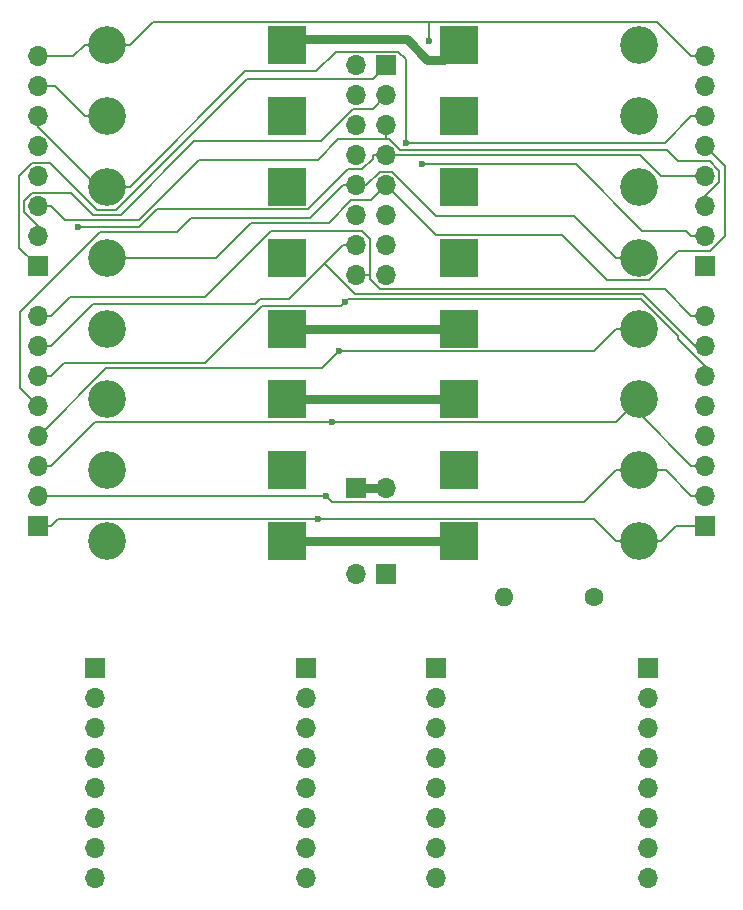
<source format=gbr>
%TF.GenerationSoftware,KiCad,Pcbnew,8.0.7*%
%TF.CreationDate,2025-01-06T10:47:41+08:00*%
%TF.ProjectId,V2.5 Mechanical Seven Segment Digit,56322e35-204d-4656-9368-616e6963616c,rev?*%
%TF.SameCoordinates,Original*%
%TF.FileFunction,Copper,L2,Bot*%
%TF.FilePolarity,Positive*%
%FSLAX46Y46*%
G04 Gerber Fmt 4.6, Leading zero omitted, Abs format (unit mm)*
G04 Created by KiCad (PCBNEW 8.0.7) date 2025-01-06 10:47:41*
%MOMM*%
%LPD*%
G01*
G04 APERTURE LIST*
%TA.AperFunction,ComponentPad*%
%ADD10R,1.700000X1.700000*%
%TD*%
%TA.AperFunction,ComponentPad*%
%ADD11O,1.700000X1.700000*%
%TD*%
%TA.AperFunction,ComponentPad*%
%ADD12R,3.200000X3.200000*%
%TD*%
%TA.AperFunction,ComponentPad*%
%ADD13O,3.200000X3.200000*%
%TD*%
%TA.AperFunction,ComponentPad*%
%ADD14C,1.600000*%
%TD*%
%TA.AperFunction,ComponentPad*%
%ADD15O,1.600000X1.600000*%
%TD*%
%TA.AperFunction,ViaPad*%
%ADD16C,0.600000*%
%TD*%
%TA.AperFunction,Conductor*%
%ADD17C,0.200000*%
%TD*%
%TA.AperFunction,Conductor*%
%ADD18C,0.800000*%
%TD*%
G04 APERTURE END LIST*
D10*
%TO.P,J9,1,Pin_1*%
%TO.N,Net-(J11-Pin_1)*%
X147500000Y-122250000D03*
D11*
%TO.P,J9,2,Pin_2*%
%TO.N,Net-(J11-Pin_2)*%
X147500000Y-124790000D03*
%TO.P,J9,3,Pin_3*%
%TO.N,Net-(J11-Pin_3)*%
X147500000Y-127330000D03*
%TO.P,J9,4,Pin_4*%
%TO.N,Net-(J11-Pin_4)*%
X147500000Y-129870000D03*
%TO.P,J9,5,Pin_5*%
%TO.N,Net-(J11-Pin_5)*%
X147500000Y-132410000D03*
%TO.P,J9,6,Pin_6*%
%TO.N,Net-(J11-Pin_6)*%
X147500000Y-134950000D03*
%TO.P,J9,7,Pin_7*%
%TO.N,Net-(J11-Pin_7)*%
X147500000Y-137490000D03*
%TO.P,J9,8,Pin_8*%
%TO.N,Net-(J11-Pin_8)*%
X147500000Y-140030000D03*
%TD*%
D12*
%TO.P,D5,1,K*%
%TO.N,Net-(D1-K)*%
X134870000Y-99500000D03*
D13*
%TO.P,D5,2,A*%
%TO.N,Net-(D5-A)*%
X119630000Y-99500000D03*
%TD*%
D10*
%TO.P,J12,1,Pin_1*%
%TO.N,Net-(D1-A)*%
X143250000Y-71220000D03*
D11*
%TO.P,J12,2,Pin_2*%
%TO.N,Net-(D2-A)*%
X140710000Y-71220000D03*
%TO.P,J12,3,Pin_3*%
%TO.N,Net-(D3-A)*%
X143250000Y-73760000D03*
%TO.P,J12,4,Pin_4*%
%TO.N,Net-(D4-A)*%
X140710000Y-73760000D03*
%TO.P,J12,5,Pin_5*%
%TO.N,Net-(D5-A)*%
X143250000Y-76300000D03*
%TO.P,J12,6,Pin_6*%
%TO.N,Net-(D6-A)*%
X140710000Y-76300000D03*
%TO.P,J12,7,Pin_7*%
%TO.N,Net-(D7-A)*%
X143250000Y-78840000D03*
%TO.P,J12,8,Pin_8*%
%TO.N,Net-(D8-A)*%
X140710000Y-78840000D03*
%TO.P,J12,9,Pin_9*%
%TO.N,Net-(D9-A)*%
X143250000Y-81380000D03*
%TO.P,J12,10,Pin_10*%
%TO.N,Net-(D10-A)*%
X140710000Y-81380000D03*
%TO.P,J12,11,Pin_11*%
%TO.N,Net-(D11-A)*%
X143250000Y-83920000D03*
%TO.P,J12,12,Pin_12*%
%TO.N,Net-(D12-A)*%
X140710000Y-83920000D03*
%TO.P,J12,13,Pin_13*%
%TO.N,Net-(D13-A)*%
X143250000Y-86460000D03*
%TO.P,J12,14,Pin_14*%
%TO.N,Net-(D14-A)*%
X140710000Y-86460000D03*
%TO.P,J12,15,Pin_15*%
%TO.N,Net-(D15-A)*%
X143250000Y-89000000D03*
%TO.P,J12,16,Pin_16*%
%TO.N,Net-(D16-A)*%
X140710000Y-89000000D03*
%TD*%
D12*
%TO.P,D2,1,K*%
%TO.N,Net-(D1-K)*%
X149380000Y-111500000D03*
D13*
%TO.P,D2,2,A*%
%TO.N,Net-(D2-A)*%
X164620000Y-111500000D03*
%TD*%
D12*
%TO.P,D12,1,K*%
%TO.N,Net-(D1-K)*%
X149380000Y-81500000D03*
D13*
%TO.P,D12,2,A*%
%TO.N,Net-(D12-A)*%
X164620000Y-81500000D03*
%TD*%
D12*
%TO.P,D3,1,K*%
%TO.N,Net-(D1-K)*%
X134870000Y-105500000D03*
D13*
%TO.P,D3,2,A*%
%TO.N,Net-(D3-A)*%
X119630000Y-105500000D03*
%TD*%
D12*
%TO.P,D8,1,K*%
%TO.N,Net-(D1-K)*%
X149380000Y-93500000D03*
D13*
%TO.P,D8,2,A*%
%TO.N,Net-(D8-A)*%
X164620000Y-93500000D03*
%TD*%
D12*
%TO.P,D7,1,K*%
%TO.N,Net-(D1-K)*%
X134870000Y-93500000D03*
D13*
%TO.P,D7,2,A*%
%TO.N,Net-(D7-A)*%
X119630000Y-93500000D03*
%TD*%
D12*
%TO.P,D6,1,K*%
%TO.N,Net-(D1-K)*%
X149380000Y-99500000D03*
D13*
%TO.P,D6,2,A*%
%TO.N,Net-(D6-A)*%
X164620000Y-99500000D03*
%TD*%
D10*
%TO.P,J3,1,Pin_1*%
%TO.N,Com Anode*%
X143250000Y-114275000D03*
D11*
%TO.P,J3,2,Pin_2*%
X140710000Y-114275000D03*
%TD*%
D10*
%TO.P,J10,1,Pin_1*%
%TO.N,Net-(J10-Pin_1)*%
X136500000Y-122260000D03*
D11*
%TO.P,J10,2,Pin_2*%
%TO.N,Net-(J10-Pin_2)*%
X136500000Y-124800000D03*
%TO.P,J10,3,Pin_3*%
%TO.N,Net-(J10-Pin_3)*%
X136500000Y-127340000D03*
%TO.P,J10,4,Pin_4*%
%TO.N,Net-(J10-Pin_4)*%
X136500000Y-129880000D03*
%TO.P,J10,5,Pin_5*%
%TO.N,Net-(J10-Pin_5)*%
X136500000Y-132420000D03*
%TO.P,J10,6,Pin_6*%
%TO.N,Net-(J10-Pin_6)*%
X136500000Y-134960000D03*
%TO.P,J10,7,Pin_7*%
%TO.N,Net-(J10-Pin_7)*%
X136500000Y-137500000D03*
%TO.P,J10,8,Pin_8*%
%TO.N,Net-(J10-Pin_8)*%
X136500000Y-140040000D03*
%TD*%
D12*
%TO.P,D14,1,K*%
%TO.N,Net-(D1-K)*%
X149380000Y-75500000D03*
D13*
%TO.P,D14,2,A*%
%TO.N,Net-(D14-A)*%
X164620000Y-75500000D03*
%TD*%
D12*
%TO.P,D15,1,K*%
%TO.N,Net-(D1-K)*%
X134870000Y-69500000D03*
D13*
%TO.P,D15,2,A*%
%TO.N,Net-(D15-A)*%
X119630000Y-69500000D03*
%TD*%
D14*
%TO.P,R1,1*%
%TO.N,Net-(D1-K)*%
X160810000Y-116250000D03*
D15*
%TO.P,R1,2*%
%TO.N,Com Anode*%
X153190000Y-116250000D03*
%TD*%
D12*
%TO.P,D9,1,K*%
%TO.N,Net-(D1-K)*%
X134870000Y-87500000D03*
D13*
%TO.P,D9,2,A*%
%TO.N,Net-(D9-A)*%
X119630000Y-87500000D03*
%TD*%
D12*
%TO.P,D11,1,K*%
%TO.N,Net-(D1-K)*%
X134870000Y-81500000D03*
D13*
%TO.P,D11,2,A*%
%TO.N,Net-(D11-A)*%
X119630000Y-81500000D03*
%TD*%
D10*
%TO.P,J8,1,Pin_1*%
%TO.N,Net-(J10-Pin_1)*%
X118600000Y-122260000D03*
D11*
%TO.P,J8,2,Pin_2*%
%TO.N,Net-(J10-Pin_2)*%
X118600000Y-124800000D03*
%TO.P,J8,3,Pin_3*%
%TO.N,Net-(J10-Pin_3)*%
X118600000Y-127340000D03*
%TO.P,J8,4,Pin_4*%
%TO.N,Net-(J10-Pin_4)*%
X118600000Y-129880000D03*
%TO.P,J8,5,Pin_5*%
%TO.N,Net-(J10-Pin_5)*%
X118600000Y-132420000D03*
%TO.P,J8,6,Pin_6*%
%TO.N,Net-(J10-Pin_6)*%
X118600000Y-134960000D03*
%TO.P,J8,7,Pin_7*%
%TO.N,Net-(J10-Pin_7)*%
X118600000Y-137500000D03*
%TO.P,J8,8,Pin_8*%
%TO.N,Net-(J10-Pin_8)*%
X118600000Y-140040000D03*
%TD*%
D12*
%TO.P,D4,1,K*%
%TO.N,Net-(D1-K)*%
X149380000Y-105500000D03*
D13*
%TO.P,D4,2,A*%
%TO.N,Net-(D4-A)*%
X164620000Y-105500000D03*
%TD*%
D12*
%TO.P,D10,1,K*%
%TO.N,Net-(D1-K)*%
X149380000Y-87500000D03*
D13*
%TO.P,D10,2,A*%
%TO.N,Net-(D10-A)*%
X164620000Y-87500000D03*
%TD*%
D10*
%TO.P,J11,1,Pin_1*%
%TO.N,Net-(J11-Pin_1)*%
X165400000Y-122250000D03*
D11*
%TO.P,J11,2,Pin_2*%
%TO.N,Net-(J11-Pin_2)*%
X165400000Y-124790000D03*
%TO.P,J11,3,Pin_3*%
%TO.N,Net-(J11-Pin_3)*%
X165400000Y-127330000D03*
%TO.P,J11,4,Pin_4*%
%TO.N,Net-(J11-Pin_4)*%
X165400000Y-129870000D03*
%TO.P,J11,5,Pin_5*%
%TO.N,Net-(J11-Pin_5)*%
X165400000Y-132410000D03*
%TO.P,J11,6,Pin_6*%
%TO.N,Net-(J11-Pin_6)*%
X165400000Y-134950000D03*
%TO.P,J11,7,Pin_7*%
%TO.N,Net-(J11-Pin_7)*%
X165400000Y-137490000D03*
%TO.P,J11,8,Pin_8*%
%TO.N,Net-(J11-Pin_8)*%
X165400000Y-140030000D03*
%TD*%
D12*
%TO.P,D1,1,K*%
%TO.N,Net-(D1-K)*%
X134870000Y-111500000D03*
D13*
%TO.P,D1,2,A*%
%TO.N,Net-(D1-A)*%
X119630000Y-111500000D03*
%TD*%
D12*
%TO.P,D16,1,K*%
%TO.N,Net-(D1-K)*%
X149380000Y-69500000D03*
D13*
%TO.P,D16,2,A*%
%TO.N,Net-(D16-A)*%
X164620000Y-69500000D03*
%TD*%
D12*
%TO.P,D13,1,K*%
%TO.N,Net-(D1-K)*%
X134870000Y-75500000D03*
D13*
%TO.P,D13,2,A*%
%TO.N,Net-(D13-A)*%
X119630000Y-75500000D03*
%TD*%
D10*
%TO.P,J6,1,Pin_1*%
%TO.N,Net-(D1-A)*%
X170250000Y-88230000D03*
D11*
%TO.P,J6,2,Pin_2*%
%TO.N,Net-(D3-A)*%
X170250000Y-85690000D03*
%TO.P,J6,3,Pin_3*%
%TO.N,Net-(D5-A)*%
X170250000Y-83150000D03*
%TO.P,J6,4,Pin_4*%
%TO.N,Net-(D7-A)*%
X170250000Y-80610000D03*
%TO.P,J6,5,Pin_5*%
%TO.N,Net-(D9-A)*%
X170250000Y-78070000D03*
%TO.P,J6,6,Pin_6*%
%TO.N,Net-(D11-A)*%
X170250000Y-75530000D03*
%TO.P,J6,7,Pin_7*%
%TO.N,Net-(D13-A)*%
X170250000Y-72990000D03*
%TO.P,J6,8,Pin_8*%
%TO.N,Net-(D15-A)*%
X170250000Y-70450000D03*
%TD*%
D10*
%TO.P,J5,1,Pin_1*%
%TO.N,Com Anode*%
X140710000Y-107025000D03*
D11*
%TO.P,J5,2,Pin_2*%
X143250000Y-107025000D03*
%TD*%
D10*
%TO.P,J2,1,Pin_1*%
%TO.N,Net-(D2-A)*%
X113750000Y-110200000D03*
D11*
%TO.P,J2,2,Pin_2*%
%TO.N,Net-(D4-A)*%
X113750000Y-107660000D03*
%TO.P,J2,3,Pin_3*%
%TO.N,Net-(D6-A)*%
X113750000Y-105120000D03*
%TO.P,J2,4,Pin_4*%
%TO.N,Net-(D8-A)*%
X113750000Y-102580000D03*
%TO.P,J2,5,Pin_5*%
%TO.N,Net-(D10-A)*%
X113750000Y-100040000D03*
%TO.P,J2,6,Pin_6*%
%TO.N,Net-(D12-A)*%
X113750000Y-97500000D03*
%TO.P,J2,7,Pin_7*%
%TO.N,Net-(D14-A)*%
X113750000Y-94960000D03*
%TO.P,J2,8,Pin_8*%
%TO.N,Net-(D16-A)*%
X113750000Y-92420000D03*
%TD*%
D10*
%TO.P,J1,1,Pin_1*%
%TO.N,Net-(D1-A)*%
X113750000Y-88240000D03*
D11*
%TO.P,J1,2,Pin_2*%
%TO.N,Net-(D3-A)*%
X113750000Y-85700000D03*
%TO.P,J1,3,Pin_3*%
%TO.N,Net-(D5-A)*%
X113750000Y-83160000D03*
%TO.P,J1,4,Pin_4*%
%TO.N,Net-(D7-A)*%
X113750000Y-80620000D03*
%TO.P,J1,5,Pin_5*%
%TO.N,Net-(D9-A)*%
X113750000Y-78080000D03*
%TO.P,J1,6,Pin_6*%
%TO.N,Net-(D11-A)*%
X113750000Y-75540000D03*
%TO.P,J1,7,Pin_7*%
%TO.N,Net-(D13-A)*%
X113750000Y-73000000D03*
%TO.P,J1,8,Pin_8*%
%TO.N,Net-(D15-A)*%
X113750000Y-70460000D03*
%TD*%
D10*
%TO.P,J7,1,Pin_1*%
%TO.N,Net-(D2-A)*%
X170250000Y-110200000D03*
D11*
%TO.P,J7,2,Pin_2*%
%TO.N,Net-(D4-A)*%
X170250000Y-107660000D03*
%TO.P,J7,3,Pin_3*%
%TO.N,Net-(D6-A)*%
X170250000Y-105120000D03*
%TO.P,J7,4,Pin_4*%
%TO.N,Net-(D8-A)*%
X170250000Y-102580000D03*
%TO.P,J7,5,Pin_5*%
%TO.N,Net-(D10-A)*%
X170250000Y-100040000D03*
%TO.P,J7,6,Pin_6*%
%TO.N,Net-(D12-A)*%
X170250000Y-97500000D03*
%TO.P,J7,7,Pin_7*%
%TO.N,Net-(D14-A)*%
X170250000Y-94960000D03*
%TO.P,J7,8,Pin_8*%
%TO.N,Net-(D16-A)*%
X170250000Y-92420000D03*
%TD*%
D16*
%TO.N,Net-(D2-A)*%
X137486400Y-109598300D03*
%TO.N,Net-(D3-A)*%
X146277300Y-79562200D03*
%TO.N,Net-(D4-A)*%
X138145000Y-107660000D03*
%TO.N,Net-(D6-A)*%
X138666500Y-101400000D03*
%TO.N,Net-(D7-A)*%
X117166300Y-84900100D03*
%TO.N,Net-(D8-A)*%
X139286000Y-95413000D03*
%TO.N,Net-(D11-A)*%
X144906700Y-77750900D03*
%TO.N,Net-(D12-A)*%
X139750000Y-91250000D03*
%TO.N,Net-(D15-A)*%
X146889500Y-69164200D03*
%TD*%
D17*
%TO.N,Net-(D1-A)*%
X142098300Y-72371700D02*
X131447700Y-72371700D01*
X120396200Y-83423200D02*
X118738100Y-83423200D01*
X112151900Y-86641900D02*
X113750000Y-88240000D01*
X131447700Y-72371700D02*
X120396200Y-83423200D01*
X114772300Y-79457400D02*
X113270800Y-79457400D01*
X143250000Y-71220000D02*
X142098300Y-72371700D01*
X112151900Y-80576300D02*
X112151900Y-86641900D01*
X118738100Y-83423200D02*
X114772300Y-79457400D01*
X113270800Y-79457400D02*
X112151900Y-80576300D01*
D18*
%TO.N,Com Anode*%
X152940000Y-116500000D02*
X153190000Y-116250000D01*
X143250000Y-107025000D02*
X140710000Y-107025000D01*
D17*
%TO.N,Net-(D2-A)*%
X167821700Y-110200000D02*
X166521700Y-111500000D01*
X113750000Y-110200000D02*
X114901700Y-110200000D01*
X160816600Y-109598300D02*
X162718300Y-111500000D01*
X164620000Y-111500000D02*
X166521700Y-111500000D01*
X115503400Y-109598300D02*
X137486400Y-109598300D01*
X137486400Y-109598300D02*
X160816600Y-109598300D01*
X170250000Y-110200000D02*
X167821700Y-110200000D01*
X164620000Y-111500000D02*
X162718300Y-111500000D01*
X114901700Y-110200000D02*
X115503400Y-109598300D01*
%TO.N,Net-(D3-A)*%
X142098300Y-74911700D02*
X140430500Y-74911700D01*
X120768500Y-83850600D02*
X118445900Y-83850600D01*
X118445900Y-83850600D02*
X116597000Y-82001700D01*
X113273500Y-82001700D02*
X112576700Y-82698500D01*
X137725800Y-77616400D02*
X127002700Y-77616400D01*
X140430500Y-74911700D02*
X137725800Y-77616400D01*
X169098300Y-85690000D02*
X168620900Y-85212600D01*
X170250000Y-85690000D02*
X169098300Y-85690000D01*
X164932600Y-85212600D02*
X159282200Y-79562200D01*
X168620900Y-85212600D02*
X164932600Y-85212600D01*
X112576700Y-82698500D02*
X112576700Y-83643500D01*
X113750000Y-84816800D02*
X113750000Y-85700000D01*
X116597000Y-82001700D02*
X113273500Y-82001700D01*
X127002700Y-77616400D02*
X120768500Y-83850600D01*
X143250000Y-73760000D02*
X142098300Y-74911700D01*
X112576700Y-83643500D02*
X113750000Y-84816800D01*
X159282200Y-79562200D02*
X146277300Y-79562200D01*
%TO.N,Net-(D4-A)*%
X113750000Y-107660000D02*
X114901700Y-107660000D01*
X162718300Y-105500000D02*
X160034100Y-108184200D01*
X138669200Y-108184200D02*
X138145000Y-107660000D01*
X169098300Y-107660000D02*
X166938300Y-105500000D01*
X166938300Y-105500000D02*
X164620000Y-105500000D01*
X170250000Y-107660000D02*
X169098300Y-107660000D01*
X164620000Y-105500000D02*
X162718300Y-105500000D01*
X114901700Y-107660000D02*
X138145000Y-107660000D01*
X160034100Y-108184200D02*
X138669200Y-108184200D01*
%TO.N,Net-(D5-A)*%
X114901700Y-83160000D02*
X116019700Y-84278000D01*
X143250000Y-76300000D02*
X143250000Y-77451700D01*
X144401700Y-78362900D02*
X143490500Y-77451700D01*
X113750000Y-83160000D02*
X114901700Y-83160000D01*
X137450300Y-79193800D02*
X139192400Y-77451700D01*
X170250000Y-82286200D02*
X171448900Y-81087300D01*
X167967900Y-79340000D02*
X166990900Y-78363000D01*
X170629400Y-79340000D02*
X167967900Y-79340000D01*
X170250000Y-83150000D02*
X170250000Y-82286200D01*
X166990900Y-78363000D02*
X144401700Y-78363000D01*
X144401700Y-78363000D02*
X144401700Y-78362900D01*
X122322500Y-84278000D02*
X127406700Y-79193800D01*
X143490500Y-77451700D02*
X143250000Y-77451700D01*
X116019700Y-84278000D02*
X122322500Y-84278000D01*
X127406700Y-79193800D02*
X137450300Y-79193800D01*
X139192400Y-77451700D02*
X143250000Y-77451700D01*
X171448900Y-80159500D02*
X170629400Y-79340000D01*
X171448900Y-81087300D02*
X171448900Y-80159500D01*
%TO.N,Net-(D6-A)*%
X138668200Y-101401700D02*
X162718300Y-101401700D01*
X138664800Y-101401700D02*
X118620000Y-101401700D01*
X118620000Y-101401700D02*
X114901700Y-105120000D01*
X138666500Y-101400000D02*
X138668200Y-101401700D01*
X138666500Y-101400000D02*
X138664800Y-101401700D01*
X162718300Y-101401700D02*
X164620000Y-99500000D01*
X164620000Y-100641700D02*
X164620000Y-99500000D01*
X113750000Y-105120000D02*
X114901700Y-105120000D01*
X169098300Y-105120000D02*
X164620000Y-100641700D01*
X170250000Y-105120000D02*
X169098300Y-105120000D01*
%TO.N,Net-(D7-A)*%
X117166300Y-84900100D02*
X122336900Y-84900100D01*
X143825900Y-78840000D02*
X144401700Y-78840000D01*
X139996700Y-80000000D02*
X141226200Y-80000000D01*
X141226200Y-80000000D02*
X142098300Y-79127900D01*
X142098300Y-78840000D02*
X143250000Y-78840000D01*
X123833800Y-83403200D02*
X136593500Y-83403200D01*
X142098300Y-79127900D02*
X142098300Y-78840000D01*
X143825900Y-78840000D02*
X143250000Y-78840000D01*
X144401700Y-78840000D02*
X164708400Y-78840000D01*
X136593500Y-83403200D02*
X139996700Y-80000000D01*
X164708400Y-78840000D02*
X166478400Y-80610000D01*
X122336900Y-84900100D02*
X123833800Y-83403200D01*
X166478400Y-80610000D02*
X170250000Y-80610000D01*
%TO.N,Net-(D8-A)*%
X160805300Y-95413000D02*
X139286000Y-95413000D01*
X113822000Y-102580000D02*
X119547700Y-96854300D01*
X137844700Y-96854300D02*
X139286000Y-95413000D01*
X113750000Y-102580000D02*
X113822000Y-102580000D01*
X119547700Y-96854300D02*
X137844700Y-96854300D01*
X164620000Y-93500000D02*
X162718300Y-93500000D01*
X162718300Y-93500000D02*
X160805300Y-95413000D01*
%TO.N,Net-(D9-A)*%
X158137300Y-85598300D02*
X161941800Y-89402800D01*
X138409800Y-84538500D02*
X140298300Y-82650000D01*
X147468300Y-85598300D02*
X158137300Y-85598300D01*
X119630000Y-87500000D02*
X128820200Y-87500000D01*
X131781700Y-84538500D02*
X138409800Y-84538500D01*
X161941800Y-89402800D02*
X165487000Y-89402800D01*
X143250000Y-81380000D02*
X147468300Y-85598300D01*
X170633500Y-86937400D02*
X171899300Y-85671600D01*
X141980000Y-82650000D02*
X143250000Y-81380000D01*
X171899300Y-79719300D02*
X170250000Y-78070000D01*
X140298300Y-82650000D02*
X141980000Y-82650000D01*
X165487000Y-89402800D02*
X167952400Y-86937400D01*
X167952400Y-86937400D02*
X170633500Y-86937400D01*
X128820200Y-87500000D02*
X131781700Y-84538500D01*
X171899300Y-85671600D02*
X171899300Y-79719300D01*
%TO.N,Net-(D10-A)*%
X159161800Y-83943500D02*
X162718300Y-87500000D01*
X147446600Y-83943500D02*
X159161800Y-83943500D01*
X141573800Y-81380000D02*
X142745400Y-80208400D01*
X112250000Y-98540000D02*
X112250000Y-92097300D01*
X162718300Y-87500000D02*
X164620000Y-87500000D01*
X142745400Y-80208400D02*
X143711500Y-80208400D01*
X140710000Y-81380000D02*
X141573800Y-81380000D01*
X113750000Y-100040000D02*
X112250000Y-98540000D01*
X112250000Y-92097300D02*
X119038800Y-85308500D01*
X136826700Y-84111600D02*
X139558300Y-81380000D01*
X143711500Y-80208400D02*
X147446600Y-83943500D01*
X125515500Y-85308500D02*
X126712400Y-84111600D01*
X126712400Y-84111600D02*
X136826700Y-84111600D01*
X119038800Y-85308500D02*
X125515500Y-85308500D01*
X139558300Y-81380000D02*
X140710000Y-81380000D01*
%TO.N,Net-(D11-A)*%
X166877400Y-77750900D02*
X169098300Y-75530000D01*
X119630000Y-81500000D02*
X121531700Y-81500000D01*
X138986700Y-70058400D02*
X137348500Y-71696600D01*
X131335100Y-71696600D02*
X121531700Y-81500000D01*
X144906700Y-77750900D02*
X144906700Y-70694700D01*
X137348500Y-71696600D02*
X131335100Y-71696600D01*
X144906700Y-77750900D02*
X166877400Y-77750900D01*
X118826200Y-81500000D02*
X119630000Y-81500000D01*
X113750000Y-75540000D02*
X113750000Y-76423800D01*
X144906700Y-70694700D02*
X144270400Y-70058400D01*
X170250000Y-75530000D02*
X169098300Y-75530000D01*
X144270400Y-70058400D02*
X138986700Y-70058400D01*
X113750000Y-76423800D02*
X118826200Y-81500000D01*
%TO.N,Net-(D12-A)*%
X132751900Y-91598200D02*
X127897500Y-96452600D01*
X115949100Y-96452600D02*
X114901700Y-97500000D01*
X167948400Y-94403900D02*
X170250000Y-96705500D01*
X139750000Y-91250000D02*
X140021900Y-90978100D01*
X170250000Y-96705500D02*
X170250000Y-97500000D01*
X114901700Y-97500000D02*
X113750000Y-97500000D01*
X167948400Y-94107000D02*
X167948400Y-94403900D01*
X164819500Y-90978100D02*
X167948400Y-94107000D01*
X127897500Y-96452600D02*
X115949100Y-96452600D01*
X139750000Y-91250000D02*
X139401800Y-91598200D01*
X140021900Y-90978100D02*
X164819500Y-90978100D01*
X139401800Y-91598200D02*
X132751900Y-91598200D01*
%TO.N,Net-(D13-A)*%
X113750000Y-73000000D02*
X115228300Y-73000000D01*
X115228300Y-73000000D02*
X117728300Y-75500000D01*
X119630000Y-75500000D02*
X117728300Y-75500000D01*
%TO.N,Net-(D14-A)*%
X132184000Y-91398300D02*
X118463400Y-91398300D01*
X135021700Y-90996600D02*
X132585700Y-90996600D01*
X169382300Y-94960000D02*
X164998700Y-90576400D01*
X164998700Y-90576400D02*
X140576400Y-90576400D01*
X138044200Y-87974100D02*
X139558300Y-86460000D01*
X140576400Y-90576400D02*
X138044200Y-88044200D01*
X113750000Y-94960000D02*
X114901700Y-94960000D01*
X170250000Y-94960000D02*
X169382300Y-94960000D01*
X118463400Y-91398300D02*
X114901700Y-94960000D01*
X140710000Y-86460000D02*
X139558300Y-86460000D01*
X138044200Y-88044200D02*
X138044200Y-87974100D01*
X138044200Y-87974100D02*
X135021700Y-90996600D01*
X132585700Y-90996600D02*
X132184000Y-91398300D01*
%TO.N,Net-(D15-A)*%
X146889500Y-67566800D02*
X166215100Y-67566800D01*
X113750000Y-70460000D02*
X116768300Y-70460000D01*
X119630000Y-69500000D02*
X121531700Y-69500000D01*
X166215100Y-67566800D02*
X169098300Y-70450000D01*
X119630000Y-69500000D02*
X117728300Y-69500000D01*
X123464900Y-67566800D02*
X146889500Y-67566800D01*
X116768300Y-70460000D02*
X117728300Y-69500000D01*
X121531700Y-69500000D02*
X123464900Y-67566800D01*
X146889500Y-67566800D02*
X146889500Y-69164200D01*
X170250000Y-70450000D02*
X169098300Y-70450000D01*
%TO.N,Net-(D16-A)*%
X142767900Y-90174700D02*
X141861700Y-89268500D01*
X127874600Y-90866600D02*
X116455100Y-90866600D01*
X140710000Y-89000000D02*
X141861700Y-89000000D01*
X170250000Y-92420000D02*
X169098300Y-92420000D01*
X141861700Y-89268500D02*
X141861700Y-89000000D01*
X133491300Y-85249900D02*
X127874600Y-90866600D01*
X116455100Y-90866600D02*
X114901700Y-92420000D01*
X141188200Y-85249900D02*
X133491300Y-85249900D01*
X166853000Y-90174700D02*
X142767900Y-90174700D01*
X169098300Y-92420000D02*
X166853000Y-90174700D01*
X141861700Y-85923400D02*
X141188200Y-85249900D01*
X113750000Y-92420000D02*
X114901700Y-92420000D01*
X141861700Y-89000000D02*
X141861700Y-85923400D01*
D18*
%TO.N,Net-(D1-K)*%
X146726253Y-70750000D02*
X148130000Y-70750000D01*
X134870000Y-69500000D02*
X135370000Y-69000000D01*
X135370000Y-69000000D02*
X144976253Y-69000000D01*
X144976253Y-69000000D02*
X146726253Y-70750000D01*
X134870000Y-93500000D02*
X149380000Y-93500000D01*
X134870000Y-99500000D02*
X149380000Y-99500000D01*
X134870000Y-111500000D02*
X149380000Y-111500000D01*
X148130000Y-70750000D02*
X149380000Y-69500000D01*
%TD*%
M02*

</source>
